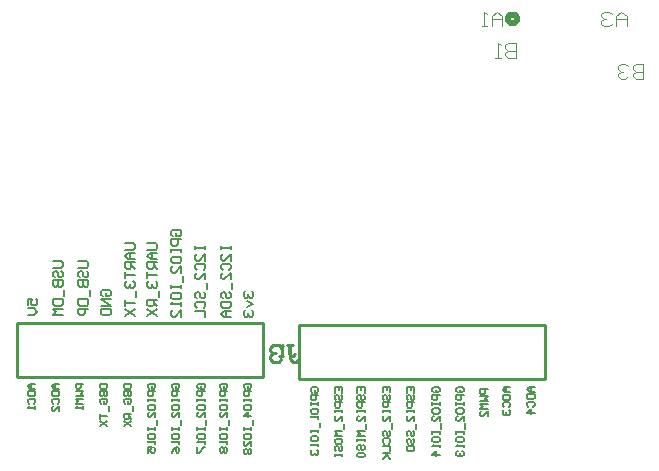
<source format=gbo>
%FSTAX23Y23*%
%MOIN*%
%SFA1B1*%

%IPPOS*%
%ADD11C,0.020000*%
%ADD13C,0.010000*%
%ADD16C,0.006000*%
%ADD17C,0.008000*%
%ADD18C,0.003000*%
%LNesp32c3phils-1*%
%LPD*%
G54D11*
X0458Y04115D02*
D01*
X04579Y04116*
X04579Y04117*
X04579Y04118*
X04579Y04119*
X04579Y0412*
X04578Y04121*
X04578Y04122*
X04577Y04122*
X04577Y04123*
X04576Y04124*
X04575Y04125*
X04575Y04126*
X04574Y04126*
X04573Y04127*
X04572Y04127*
X04571Y04128*
X0457Y04128*
X04569Y04129*
X04568Y04129*
X04567Y04129*
X04566Y04129*
X04565Y04129*
X04564*
X04563Y04129*
X04562Y04129*
X04561Y04129*
X0456Y04129*
X04559Y04128*
X04558Y04128*
X04557Y04127*
X04556Y04127*
X04555Y04126*
X04554Y04126*
X04554Y04125*
X04553Y04124*
X04552Y04123*
X04552Y04122*
X04551Y04122*
X04551Y04121*
X0455Y0412*
X0455Y04119*
X0455Y04118*
X0455Y04117*
X0455Y04116*
X0455Y04115*
X0455Y04113*
X0455Y04112*
X0455Y04111*
X0455Y0411*
X0455Y04109*
X04551Y04108*
X04551Y04107*
X04552Y04107*
X04552Y04106*
X04553Y04105*
X04554Y04104*
X04554Y04103*
X04555Y04103*
X04556Y04102*
X04557Y04102*
X04558Y04101*
X04559Y04101*
X0456Y041*
X04561Y041*
X04562Y041*
X04563Y041*
X04564Y041*
X04565*
X04566Y041*
X04567Y041*
X04568Y041*
X04569Y041*
X0457Y04101*
X04571Y04101*
X04572Y04102*
X04573Y04102*
X04574Y04103*
X04575Y04103*
X04575Y04104*
X04576Y04105*
X04577Y04106*
X04577Y04107*
X04578Y04107*
X04578Y04108*
X04579Y04109*
X04579Y0411*
X04579Y04111*
X04579Y04112*
X04579Y04113*
X0458Y04115*
G54D13*
X03854Y03095D02*
X04674D01*
Y02915D02*
Y03095D01*
X03854Y02915D02*
X04674D01*
X03854D02*
Y03095D01*
X02914Y031D02*
X03734D01*
Y0292D02*
Y031D01*
X02914Y0292D02*
X03734D01*
X02914D02*
Y031D01*
Y0292D02*
Y031D01*
Y0292D02*
X03734D01*
Y031*
X02914D02*
X03734D01*
X03814Y03029D02*
X03828D01*
X03821*
Y02996*
X03828Y0299*
X03834*
X03841Y02996*
X03801Y0299D02*
X03788D01*
X03795*
Y03029*
X03801Y03023*
X03814Y03029D02*
X03834D01*
X03824*
Y0298*
X03834Y0297*
X03844*
X03854Y0298*
X03794Y03019D02*
X03785Y03029D01*
X03765*
X03755Y03019*
Y03009*
X03765Y03*
X03775*
X03765*
X03755Y0299*
Y0298*
X03765Y0297*
X03785*
X03794Y0298*
G54D16*
X04639Y02889D02*
X04622D01*
X04614Y0288*
X04622Y02872*
X04639*
X04626*
Y02889*
X04614Y02864D02*
X04639D01*
Y02851*
X04634Y02847*
X04618*
X04614Y02851*
Y02864*
X04618Y02822D02*
X04614Y02826D01*
Y02834*
X04618Y02839*
X04634*
X04639Y02834*
Y02826*
X04634Y02822*
X04639Y02801D02*
X04614D01*
X04626Y02814*
Y02797*
X03674Y02882D02*
X03669Y02886D01*
Y02894*
X03674Y02899*
X0369*
X03694Y02894*
Y02886*
X0369Y02882*
X03682*
Y0289*
X03694Y02874D02*
X03669D01*
Y02861*
X03674Y02857*
X03682*
X03686Y02861*
Y02874*
X03669Y02849D02*
Y0284D01*
Y02844*
X03694*
Y02849*
Y0284*
X03669Y02815D02*
Y02824D01*
X03674Y02828*
X0369*
X03694Y02824*
Y02815*
X0369Y02811*
X03674*
X03669Y02815*
X03694Y0279D02*
X03669D01*
X03682Y02803*
Y02786*
X03699Y02778D02*
Y02761D01*
X03669Y02753D02*
Y02744D01*
Y02749*
X03694*
Y02753*
Y02744*
X03669Y02719D02*
Y02728D01*
X03674Y02732*
X0369*
X03694Y02728*
Y02719*
X0369Y02715*
X03674*
X03669Y02719*
X03694Y0269D02*
Y02707D01*
X03678Y0269*
X03674*
X03669Y02694*
Y02703*
X03674Y02707*
Y02682D02*
X03669Y02678D01*
Y02669*
X03674Y02665*
X03678*
X03682Y02669*
X03686Y02665*
X0369*
X03694Y02669*
Y02678*
X0369Y02682*
X03686*
X03682Y02678*
X03678Y02682*
X03674*
X03682Y02678D02*
Y02669D01*
X03594Y02882D02*
X03589Y02886D01*
Y02894*
X03594Y02899*
X0361*
X03614Y02894*
Y02886*
X0361Y02882*
X03602*
Y0289*
X03614Y02874D02*
X03589D01*
Y02861*
X03594Y02857*
X03602*
X03606Y02861*
Y02874*
X03589Y02849D02*
Y0284D01*
Y02844*
X03614*
Y02849*
Y0284*
X03589Y02815D02*
Y02824D01*
X03594Y02828*
X0361*
X03614Y02824*
Y02815*
X0361Y02811*
X03594*
X03589Y02815*
X03614Y02786D02*
Y02803D01*
X03598Y02786*
X03594*
X03589Y0279*
Y02799*
X03594Y02803*
X03619Y02778D02*
Y02761D01*
X03589Y02753D02*
Y02744D01*
Y02749*
X03614*
Y02753*
Y02744*
X03589Y02719D02*
Y02728D01*
X03594Y02732*
X0361*
X03614Y02728*
Y02719*
X0361Y02715*
X03594*
X03589Y02719*
X03614Y02707D02*
Y02699D01*
Y02703*
X03589*
X03594Y02707*
Y02686D02*
X03589Y02682D01*
Y02674*
X03594Y02669*
X03598*
X03602Y02674*
X03606Y02669*
X0361*
X03614Y02674*
Y02682*
X0361Y02686*
X03606*
X03602Y02682*
X03598Y02686*
X03594*
X03602Y02682D02*
Y02674D01*
X03519Y02882D02*
X03514Y02886D01*
Y02894*
X03519Y02899*
X03535*
X03539Y02894*
Y02886*
X03535Y02882*
X03527*
Y0289*
X03539Y02874D02*
X03514D01*
Y02861*
X03519Y02857*
X03527*
X03531Y02861*
Y02874*
X03514Y02849D02*
Y0284D01*
Y02844*
X03539*
Y02849*
Y0284*
X03514Y02815D02*
Y02824D01*
X03519Y02828*
X03535*
X03539Y02824*
Y02815*
X03535Y02811*
X03519*
X03514Y02815*
X03539Y02786D02*
Y02803D01*
X03523Y02786*
X03519*
X03514Y0279*
Y02799*
X03519Y02803*
X03544Y02778D02*
Y02761D01*
X03514Y02753D02*
Y02744D01*
Y02749*
X03539*
Y02753*
Y02744*
X03514Y02719D02*
Y02728D01*
X03519Y02732*
X03535*
X03539Y02728*
Y02719*
X03535Y02715*
X03519*
X03514Y02719*
X03539Y02707D02*
Y02699D01*
Y02703*
X03514*
X03519Y02707*
X03514Y02686D02*
Y02669D01*
X03519*
X03535Y02686*
X03539*
X03434Y02882D02*
X03429Y02886D01*
Y02894*
X03434Y02899*
X0345*
X03454Y02894*
Y02886*
X0345Y02882*
X03442*
Y0289*
X03454Y02874D02*
X03429D01*
Y02861*
X03434Y02857*
X03442*
X03446Y02861*
Y02874*
X03429Y02849D02*
Y0284D01*
Y02844*
X03454*
Y02849*
Y0284*
X03429Y02815D02*
Y02824D01*
X03434Y02828*
X0345*
X03454Y02824*
Y02815*
X0345Y02811*
X03434*
X03429Y02815*
X03454Y02786D02*
Y02803D01*
X03438Y02786*
X03434*
X03429Y0279*
Y02799*
X03434Y02803*
X03459Y02778D02*
Y02761D01*
X03429Y02753D02*
Y02744D01*
Y02749*
X03454*
Y02753*
Y02744*
X03429Y02719D02*
Y02728D01*
X03434Y02732*
X0345*
X03454Y02728*
Y02719*
X0345Y02715*
X03434*
X03429Y02719*
X03454Y02707D02*
Y02699D01*
Y02703*
X03429*
X03434Y02707*
X03429Y02669D02*
X03434Y02678D01*
X03442Y02686*
X0345*
X03454Y02682*
Y02674*
X0345Y02669*
X03446*
X03442Y02674*
Y02686*
X03354Y02882D02*
X03349Y02886D01*
Y02894*
X03354Y02899*
X0337*
X03374Y02894*
Y02886*
X0337Y02882*
X03362*
Y0289*
X03374Y02874D02*
X03349D01*
Y02861*
X03354Y02857*
X03362*
X03366Y02861*
Y02874*
X03349Y02849D02*
Y0284D01*
Y02844*
X03374*
Y02849*
Y0284*
X03349Y02815D02*
Y02824D01*
X03354Y02828*
X0337*
X03374Y02824*
Y02815*
X0337Y02811*
X03354*
X03349Y02815*
X03374Y02786D02*
Y02803D01*
X03358Y02786*
X03354*
X03349Y0279*
Y02799*
X03354Y02803*
X03379Y02778D02*
Y02761D01*
X03349Y02753D02*
Y02744D01*
Y02749*
X03374*
Y02753*
Y02744*
X03349Y02719D02*
Y02728D01*
X03354Y02732*
X0337*
X03374Y02728*
Y02719*
X0337Y02715*
X03354*
X03349Y02719*
X03374Y02707D02*
Y02699D01*
Y02703*
X03349*
X03354Y02707*
X03349Y02669D02*
Y02686D01*
X03362*
X03358Y02678*
Y02674*
X03362Y02669*
X0337*
X03374Y02674*
Y02682*
X0337Y02686*
X03269Y02899D02*
X03294D01*
Y02886*
X0329Y02882*
X03274*
X03269Y02886*
Y02899*
Y02874D02*
X03294D01*
Y02861*
X0329Y02857*
X03286*
X03282Y02861*
Y02874*
Y02861*
X03278Y02857*
X03274*
X03269Y02861*
Y02874*
X03274Y02832D02*
X03269Y02836D01*
Y02844*
X03274Y02849*
X0329*
X03294Y02844*
Y02836*
X0329Y02832*
X03282*
Y0284*
X03299Y02824D02*
Y02807D01*
X03294Y02799D02*
X03269D01*
Y02786*
X03274Y02782*
X03282*
X03286Y02786*
Y02799*
Y0279D02*
X03294Y02782D01*
X03269Y02774D02*
X03294Y02757D01*
X03269D02*
X03294Y02774D01*
X03189Y02899D02*
X03214D01*
Y02886*
X0321Y02882*
X03194*
X03189Y02886*
Y02899*
Y02874D02*
X03214D01*
Y02861*
X0321Y02857*
X03206*
X03202Y02861*
Y02874*
Y02861*
X03198Y02857*
X03194*
X03189Y02861*
Y02874*
X03194Y02832D02*
X03189Y02836D01*
Y02844*
X03194Y02849*
X0321*
X03214Y02844*
Y02836*
X0321Y02832*
X03202*
Y0284*
X03219Y02824D02*
Y02807D01*
X03189Y02799D02*
Y02782D01*
Y0279*
X03214*
X03189Y02774D02*
X03214Y02757D01*
X03189D02*
X03214Y02774D01*
X03134Y02899D02*
X03109D01*
Y02886*
X03113Y02882*
X03121*
X03125Y02886*
Y02899*
X03109Y02874D02*
X03134D01*
X03125Y02865*
X03134Y02857*
X03109*
X03134Y02849D02*
X03109D01*
X03117Y0284*
X03109Y02832*
X03134*
Y02824D02*
Y02815D01*
Y02819*
X03109*
X03113Y02824*
X03054Y02899D02*
X03037D01*
X03029Y0289*
X03037Y02882*
X03054*
X03041*
Y02899*
X03029Y02874D02*
X03054D01*
Y02861*
X03049Y02857*
X03033*
X03029Y02861*
Y02874*
X03033Y02832D02*
X03029Y02836D01*
Y02844*
X03033Y02849*
X03049*
X03054Y02844*
Y02836*
X03049Y02832*
X03054Y02807D02*
Y02824D01*
X03037Y02807*
X03033*
X03029Y02811*
Y02819*
X03033Y02824*
X02974Y02899D02*
X02957D01*
X02949Y0289*
X02957Y02882*
X02974*
X02961*
Y02899*
X02949Y02874D02*
X02974D01*
Y02861*
X02969Y02857*
X02953*
X02949Y02861*
Y02874*
X02953Y02832D02*
X02949Y02836D01*
Y02844*
X02953Y02849*
X02969*
X02974Y02844*
Y02836*
X02969Y02832*
X02974Y02824D02*
Y02815D01*
Y02819*
X02949*
X02953Y02824*
G54D17*
X02949Y0316D02*
Y03181D01*
X02964*
X02959Y03171*
Y03165*
X02964Y0316*
X02975*
X0298Y03165*
Y03176*
X02975Y03181*
X02949Y0315D02*
X0297D01*
X0298Y03139*
X0297Y03129*
X02949*
X03033Y03306D02*
X0306D01*
X03065Y03301*
Y0329*
X0306Y03285*
X03033*
X03039Y03254D02*
X03033Y03259D01*
Y03269*
X03039Y03275*
X03044*
X03049Y03269*
Y03259*
X03054Y03254*
X0306*
X03065Y03259*
Y03269*
X0306Y03275*
X03033Y03243D02*
X03065D01*
Y03227*
X0306Y03222*
X03054*
X03049Y03227*
Y03243*
Y03227*
X03044Y03222*
X03039*
X03033Y03227*
Y03243*
X0307Y03212D02*
Y03191D01*
X03033Y0318D02*
X03065D01*
Y03164*
X0306Y03159*
X03039*
X03033Y03164*
Y0318*
X03065Y03149D02*
X03033D01*
X03044Y03138*
X03033Y03128*
X03065*
X03118Y03306D02*
X03145D01*
X0315Y03301*
Y0329*
X03145Y03285*
X03118*
X03124Y03254D02*
X03118Y03259D01*
Y03269*
X03124Y03275*
X03129*
X03134Y03269*
Y03259*
X03139Y03254*
X03145*
X0315Y03259*
Y03269*
X03145Y03275*
X03118Y03243D02*
X0315D01*
Y03227*
X03145Y03222*
X03139*
X03134Y03227*
Y03243*
Y03227*
X03129Y03222*
X03124*
X03118Y03227*
Y03243*
X03155Y03212D02*
Y03191D01*
X03118Y0318D02*
X0315D01*
Y03164*
X03145Y03159*
X03124*
X03118Y03164*
Y0318*
X0315Y03149D02*
X03118D01*
Y03133*
X03124Y03128*
X03134*
X03139Y03133*
Y03149*
X03199Y0319D02*
X03194Y03195D01*
Y03206*
X03199Y03211*
X0322*
X03225Y03206*
Y03195*
X0322Y0319*
X03209*
Y03201*
X03225Y0318D02*
X03194D01*
X03225Y03159*
X03194*
Y03148D02*
X03225D01*
Y03132*
X0322Y03127*
X03199*
X03194Y03132*
Y03148*
X03273Y03366D02*
X033D01*
X03305Y03361*
Y0335*
X033Y03345*
X03273*
X03305Y03335D02*
X03284D01*
X03273Y03324*
X03284Y03314*
X03305*
X03289*
Y03335*
X03305Y03303D02*
X03273D01*
Y03287*
X03279Y03282*
X03289*
X03294Y03287*
Y03303*
Y03293D02*
X03305Y03282D01*
X03273Y03272D02*
Y03251D01*
Y03261*
X03305*
X03279Y0324D02*
X03273Y03235D01*
Y03224*
X03279Y03219*
X03284*
X03289Y03224*
Y0323*
Y03224*
X03294Y03219*
X033*
X03305Y03224*
Y03235*
X033Y0324*
X0331Y03209D02*
Y03188D01*
X03273Y03177D02*
Y03156D01*
Y03167*
X03305*
X03273Y03146D02*
X03305Y03125D01*
X03273D02*
X03305Y03146D01*
X03348Y03366D02*
X03375D01*
X0338Y03361*
Y0335*
X03375Y03345*
X03348*
X0338Y03335D02*
X03359D01*
X03348Y03324*
X03359Y03314*
X0338*
X03364*
Y03335*
X0338Y03303D02*
X03348D01*
Y03287*
X03354Y03282*
X03364*
X03369Y03287*
Y03303*
Y03293D02*
X0338Y03282D01*
X03348Y03272D02*
Y03251D01*
Y03261*
X0338*
X03354Y0324D02*
X03348Y03235D01*
Y03224*
X03354Y03219*
X03359*
X03364Y03224*
Y0323*
Y03224*
X03369Y03219*
X03375*
X0338Y03224*
Y03235*
X03375Y0324*
X03385Y03209D02*
Y03188D01*
X0338Y03177D02*
X03348D01*
Y03161*
X03354Y03156*
X03364*
X03369Y03161*
Y03177*
Y03167D02*
X0338Y03156D01*
X03348Y03146D02*
X0338Y03125D01*
X03348D02*
X0338Y03146D01*
X03434Y0339D02*
X03428Y03395D01*
Y03406*
X03434Y03411*
X03455*
X0346Y03406*
Y03395*
X03455Y0339*
X03444*
Y03401*
X0346Y0338D02*
X03428D01*
Y03364*
X03434Y03359*
X03444*
X03449Y03364*
Y0338*
X03428Y03348D02*
Y03338D01*
Y03343*
X0346*
Y03348*
Y03338*
X03428Y03306D02*
Y03317D01*
X03434Y03322*
X03455*
X0346Y03317*
Y03306*
X03455Y03301*
X03434*
X03428Y03306*
X0346Y03269D02*
Y0329D01*
X03439Y03269*
X03434*
X03428Y03275*
Y03285*
X03434Y0329*
X03465Y03259D02*
Y03238D01*
X03428Y03227D02*
Y03217D01*
Y03222*
X0346*
Y03227*
Y03217*
X03428Y03185D02*
Y03196D01*
X03434Y03201*
X03455*
X0346Y03196*
Y03185*
X03455Y0318*
X03434*
X03428Y03185*
X0346Y0317D02*
Y03159D01*
Y03164*
X03428*
X03434Y0317*
X0346Y03122D02*
Y03143D01*
X03439Y03122*
X03434*
X03428Y03128*
Y03138*
X03434Y03143*
X03508Y03356D02*
Y03346D01*
Y03351*
X0354*
Y03356*
Y03346*
Y03309D02*
Y0333D01*
X03519Y03309*
X03514*
X03508Y03314*
Y03325*
X03514Y0333*
Y03277D02*
X03508Y03283D01*
Y03293*
X03514Y03298*
X03535*
X0354Y03293*
Y03283*
X03535Y03277*
X0354Y03246D02*
Y03267D01*
X03519Y03246*
X03514*
X03508Y03251*
Y03262*
X03514Y03267*
X03545Y03235D02*
Y03214D01*
X03514Y03183D02*
X03508Y03188D01*
Y03199*
X03514Y03204*
X03519*
X03524Y03199*
Y03188*
X03529Y03183*
X03535*
X0354Y03188*
Y03199*
X03535Y03204*
X03514Y03151D02*
X03508Y03157D01*
Y03167*
X03514Y03172*
X03535*
X0354Y03167*
Y03157*
X03535Y03151*
X03508Y03141D02*
X0354D01*
Y0312*
X03593Y03356D02*
Y03346D01*
Y03351*
X03625*
Y03356*
Y03346*
Y03309D02*
Y0333D01*
X03604Y03309*
X03599*
X03593Y03314*
Y03325*
X03599Y0333*
Y03277D02*
X03593Y03283D01*
Y03293*
X03599Y03298*
X0362*
X03625Y03293*
Y03283*
X0362Y03277*
X03625Y03246D02*
Y03267D01*
X03604Y03246*
X03599*
X03593Y03251*
Y03262*
X03599Y03267*
X0363Y03235D02*
Y03214D01*
X03599Y03183D02*
X03593Y03188D01*
Y03199*
X03599Y03204*
X03604*
X03609Y03199*
Y03188*
X03614Y03183*
X0362*
X03625Y03188*
Y03199*
X0362Y03204*
X03593Y03172D02*
X03625D01*
Y03157*
X0362Y03151*
X03599*
X03593Y03157*
Y03172*
X03625Y03141D02*
X03604D01*
X03593Y0313*
X03604Y0312*
X03625*
X03609*
Y03141*
X03674Y03206D02*
X03669Y03201D01*
Y0319*
X03674Y03185*
X03679*
X03684Y0319*
Y03196*
Y0319*
X0369Y03185*
X03695*
X037Y0319*
Y03201*
X03695Y03206*
X03679Y03175D02*
X037Y03164D01*
X03679Y03154*
X03674Y03143D02*
X03669Y03138D01*
Y03127*
X03674Y03122*
X03679*
X03684Y03127*
Y03133*
Y03127*
X0369Y03122*
X03695*
X037Y03127*
Y03138*
X03695Y03143*
X04557Y02887D02*
X0454D01*
X04532Y02878*
X0454Y0287*
X04557*
X04544*
Y02887*
X04532Y02862D02*
X04557D01*
Y02849*
X04552Y02845*
X04536*
X04532Y02849*
Y02862*
X04536Y0282D02*
X04532Y02824D01*
Y02832*
X04536Y02837*
X04552*
X04557Y02832*
Y02824*
X04552Y0282*
X04536Y02812D02*
X04532Y02807D01*
Y02799*
X04536Y02795*
X0454*
X04544Y02799*
Y02803*
Y02799*
X04548Y02795*
X04552*
X04557Y02799*
Y02807*
X04552Y02812*
X04482Y02882D02*
X04457D01*
Y02869*
X04461Y02865*
X04469*
X04473Y02869*
Y02882*
X04457Y02857D02*
X04482D01*
X04473Y02848*
X04482Y0284*
X04457*
X04482Y02832D02*
X04457D01*
X04465Y02823*
X04457Y02815*
X04482*
Y0279D02*
Y02807D01*
X04465Y0279*
X04461*
X04457Y02794*
Y02802*
X04461Y02807*
X04382Y0287D02*
X04377Y02874D01*
Y02882*
X04382Y02887*
X04398*
X04402Y02882*
Y02874*
X04398Y0287*
X0439*
Y02878*
X04402Y02862D02*
X04377D01*
Y02849*
X04382Y02845*
X0439*
X04394Y02849*
Y02862*
X04377Y02837D02*
Y02828D01*
Y02832*
X04402*
Y02837*
Y02828*
X04377Y02803D02*
Y02812D01*
X04382Y02816*
X04398*
X04402Y02812*
Y02803*
X04398Y02799*
X04382*
X04377Y02803*
X04402Y02774D02*
Y02791D01*
X04386Y02774*
X04382*
X04377Y02778*
Y02787*
X04382Y02791*
X04407Y02766D02*
Y02749D01*
X04377Y02741D02*
Y02732D01*
Y02737*
X04402*
Y02741*
Y02732*
X04377Y02707D02*
Y02716D01*
X04382Y0272*
X04398*
X04402Y02716*
Y02707*
X04398Y02703*
X04382*
X04377Y02707*
X04402Y02695D02*
Y02687D01*
Y02691*
X04377*
X04382Y02695*
Y02674D02*
X04377Y0267D01*
Y02662*
X04382Y02657*
X04386*
X0439Y02662*
Y02666*
Y02662*
X04394Y02657*
X04398*
X04402Y02662*
Y0267*
X04398Y02674*
X04302Y0287D02*
X04297Y02874D01*
Y02882*
X04302Y02887*
X04318*
X04322Y02882*
Y02874*
X04318Y0287*
X0431*
Y02878*
X04322Y02862D02*
X04297D01*
Y02849*
X04302Y02845*
X0431*
X04314Y02849*
Y02862*
X04297Y02837D02*
Y02828D01*
Y02832*
X04322*
Y02837*
Y02828*
X04297Y02803D02*
Y02812D01*
X04302Y02816*
X04318*
X04322Y02812*
Y02803*
X04318Y02799*
X04302*
X04297Y02803*
X04322Y02774D02*
Y02791D01*
X04306Y02774*
X04302*
X04297Y02778*
Y02787*
X04302Y02791*
X04327Y02766D02*
Y02749D01*
X04297Y02741D02*
Y02732D01*
Y02737*
X04322*
Y02741*
Y02732*
X04297Y02707D02*
Y02716D01*
X04302Y0272*
X04318*
X04322Y02716*
Y02707*
X04318Y02703*
X04302*
X04297Y02707*
X04322Y02695D02*
Y02687D01*
Y02691*
X04297*
X04302Y02695*
X04322Y02662D02*
X04297D01*
X0431Y02674*
Y02657*
X04212Y02869D02*
Y02886D01*
X04237*
Y02869*
X04225Y02886D02*
Y02878D01*
X04217Y02844D02*
X04212Y02849D01*
Y02857*
X04217Y02861*
X04221*
X04225Y02857*
Y02849*
X04229Y02844*
X04233*
X04237Y02849*
Y02857*
X04233Y02861*
X04237Y02836D02*
X04212D01*
Y02824*
X04217Y02819*
X04225*
X04229Y02824*
Y02836*
X04212Y02811D02*
Y02803D01*
Y02807*
X04237*
Y02811*
Y02803*
Y02774D02*
Y0279D01*
X04221Y02774*
X04217*
X04212Y02778*
Y02786*
X04217Y0279*
X04242Y02765D02*
Y02749D01*
X04217Y02724D02*
X04212Y02728D01*
Y02736*
X04217Y0274*
X04221*
X04225Y02736*
Y02728*
X04229Y02724*
X04233*
X04237Y02728*
Y02736*
X04233Y0274*
X04217Y02699D02*
X04212Y02703D01*
Y02711*
X04217Y02715*
X04221*
X04225Y02711*
Y02703*
X04229Y02699*
X04233*
X04237Y02703*
Y02711*
X04233Y02715*
X04217Y0269D02*
X04212Y02686D01*
Y02678*
X04217Y02674*
X04233*
X04237Y02678*
Y02686*
X04233Y0269*
X04217*
X04132Y0287D02*
Y02887D01*
X04157*
Y0287*
X04145Y02887D02*
Y02878D01*
X04137Y02845D02*
X04132Y02849D01*
Y02857*
X04137Y02862*
X04141*
X04145Y02857*
Y02849*
X04149Y02845*
X04153*
X04157Y02849*
Y02857*
X04153Y02862*
X04157Y02837D02*
X04132D01*
Y02824*
X04137Y0282*
X04145*
X04149Y02824*
Y02837*
X04132Y02812D02*
Y02803D01*
Y02807*
X04157*
Y02812*
Y02803*
Y02774D02*
Y02791D01*
X04141Y02774*
X04137*
X04132Y02778*
Y02787*
X04137Y02791*
X04162Y02766D02*
Y02749D01*
X04137Y02724D02*
X04132Y02728D01*
Y02737*
X04137Y02741*
X04141*
X04145Y02737*
Y02728*
X04149Y02724*
X04153*
X04157Y02728*
Y02737*
X04153Y02741*
X04137Y02699D02*
X04132Y02703D01*
Y02712*
X04137Y02716*
X04153*
X04157Y02712*
Y02703*
X04153Y02699*
X04132Y02691D02*
X04157D01*
Y02674*
X04132Y02666D02*
X04157D01*
X04149*
X04132Y02649*
X04145Y02662*
X04157Y02649*
X04047Y02869D02*
Y02886D01*
X04072*
Y02869*
X0406Y02886D02*
Y02878D01*
X04052Y02844D02*
X04047Y02849D01*
Y02857*
X04052Y02861*
X04056*
X0406Y02857*
Y02849*
X04064Y02844*
X04068*
X04072Y02849*
Y02857*
X04068Y02861*
X04072Y02836D02*
X04047D01*
Y02824*
X04052Y02819*
X0406*
X04064Y02824*
Y02836*
X04047Y02811D02*
Y02803D01*
Y02807*
X04072*
Y02811*
Y02803*
Y02774D02*
Y0279D01*
X04056Y02774*
X04052*
X04047Y02778*
Y02786*
X04052Y0279*
X04077Y02765D02*
Y02749D01*
X04072Y0274D02*
X04047D01*
X04056Y02732*
X04047Y02724*
X04072*
X04047Y02715D02*
Y02707D01*
Y02711*
X04072*
Y02715*
Y02707*
X04052Y02678D02*
X04047Y02682D01*
Y0269*
X04052Y02694*
X04056*
X0406Y0269*
Y02682*
X04064Y02678*
X04068*
X04072Y02682*
Y0269*
X04068Y02694*
X04047Y02657D02*
Y02665D01*
X04052Y02669*
X04068*
X04072Y02665*
Y02657*
X04068Y02653*
X04052*
X04047Y02657*
X03972Y02869D02*
Y02886D01*
X03997*
Y02869*
X03985Y02886D02*
Y02878D01*
X03977Y02844D02*
X03972Y02849D01*
Y02857*
X03977Y02861*
X03981*
X03985Y02857*
Y02849*
X03989Y02844*
X03993*
X03997Y02849*
Y02857*
X03993Y02861*
X03997Y02836D02*
X03972D01*
Y02824*
X03977Y02819*
X03985*
X03989Y02824*
Y02836*
X03972Y02811D02*
Y02803D01*
Y02807*
X03997*
Y02811*
Y02803*
Y02774D02*
Y0279D01*
X03981Y02774*
X03977*
X03972Y02778*
Y02786*
X03977Y0279*
X04002Y02765D02*
Y02749D01*
X03997Y0274D02*
X03972D01*
X03981Y02732*
X03972Y02724*
X03997*
X03972Y02703D02*
Y02711D01*
X03977Y02715*
X03993*
X03997Y02711*
Y02703*
X03993Y02699*
X03977*
X03972Y02703*
X03977Y02674D02*
X03972Y02678D01*
Y02686*
X03977Y0269*
X03981*
X03985Y02686*
Y02678*
X03989Y02674*
X03993*
X03997Y02678*
Y02686*
X03993Y0269*
X03972Y02665D02*
Y02657D01*
Y02661*
X03997*
Y02665*
Y02657*
X03897Y02869D02*
X03892Y02874D01*
Y02882*
X03897Y02886*
X03913*
X03917Y02882*
Y02874*
X03913Y02869*
X03905*
Y02878*
X03917Y02861D02*
X03892D01*
Y02849*
X03897Y02844*
X03905*
X03909Y02849*
Y02861*
X03892Y02836D02*
Y02828D01*
Y02832*
X03917*
Y02836*
Y02828*
X03892Y02803D02*
Y02811D01*
X03897Y02815*
X03913*
X03917Y02811*
Y02803*
X03913Y02799*
X03897*
X03892Y02803*
X03917Y0279D02*
Y02782D01*
Y02786*
X03892*
X03897Y0279*
X03922Y02769D02*
Y02753D01*
X03892Y02744D02*
Y02736D01*
Y0274*
X03917*
Y02744*
Y02736*
X03892Y02711D02*
Y02719D01*
X03897Y02724*
X03913*
X03917Y02719*
Y02711*
X03913Y02707*
X03897*
X03892Y02711*
X03917Y02699D02*
Y0269D01*
Y02694*
X03892*
X03897Y02699*
Y02678D02*
X03892Y02674D01*
Y02665*
X03897Y02661*
X03901*
X03905Y02665*
Y02669*
Y02665*
X03909Y02661*
X03913*
X03917Y02665*
Y02674*
X03913Y02678*
G54D18*
X0453Y0409D02*
Y04123D01*
X04513Y04139*
X04496Y04123*
Y0409*
Y04114*
X0453*
X0448Y0409D02*
X04463D01*
X04471*
Y04139*
X0448Y04131*
X04575Y04034D02*
Y03985D01*
X0455*
X04541Y03993*
Y04001*
X0455Y04009*
X04575*
X0455*
X04541Y04018*
Y04026*
X0455Y04034*
X04575*
X04525Y03985D02*
X04508D01*
X04516*
Y04034*
X04525Y04026*
X04945Y0409D02*
Y04123D01*
X04928Y04139*
X04911Y04123*
Y0409*
Y04114*
X04945*
X04895Y04131D02*
X04886Y04139D01*
X0487*
X04861Y04131*
Y04123*
X0487Y04114*
X04878*
X0487*
X04861Y04106*
Y04098*
X0487Y0409*
X04886*
X04895Y04098*
X05Y03964D02*
Y03915D01*
X04975*
X04966Y03923*
Y03931*
X04975Y03939*
X05*
X04975*
X04966Y03948*
Y03956*
X04975Y03964*
X05*
X0495Y03956D02*
X04941Y03964D01*
X04925*
X04916Y03956*
Y03948*
X04925Y03939*
X04933*
X04925*
X04916Y03931*
Y03923*
X04925Y03915*
X04941*
X0495Y03923*
M02*
</source>
